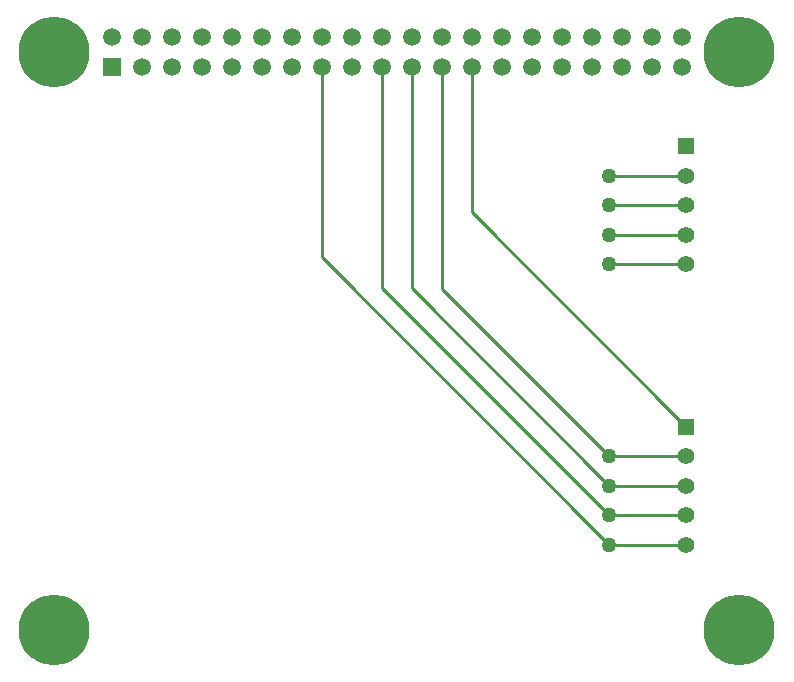
<source format=gbr>
%TF.GenerationSoftware,Altium Limited,Altium Designer,23.10.1 (27)*%
G04 Layer_Physical_Order=2*
G04 Layer_Color=16711680*
%FSLAX45Y45*%
%MOMM*%
%TF.SameCoordinates,4109F3B7-FE55-4884-923A-908B48AE38E2*%
%TF.FilePolarity,Positive*%
%TF.FileFunction,Copper,L2,Bot,Signal*%
%TF.Part,Single*%
G01*
G75*
%TA.AperFunction,Conductor*%
%ADD12C,0.25400*%
%TA.AperFunction,ComponentPad*%
%ADD13R,1.50000X1.50000*%
%ADD14C,1.50000*%
%ADD15C,1.40000*%
%ADD16R,1.40000X1.40000*%
%TA.AperFunction,ViaPad*%
%ADD17C,6.00000*%
%ADD18C,1.27000*%
D12*
X7325000Y3750000D02*
X7350000D01*
X5535000Y5540000D02*
Y6773000D01*
Y5540000D02*
X7325000Y3750000D01*
X4250000Y6775000D02*
X4265000Y6760000D01*
Y5160000D02*
Y6760000D01*
Y5160000D02*
X6700000Y2725000D01*
X5027000Y4898000D02*
Y6748000D01*
X5025000Y6750000D02*
X5027000Y6748000D01*
Y4898000D02*
X6700000Y3225000D01*
X4773000Y6773000D02*
X4775000Y6775000D01*
X4773000Y4902000D02*
X6700000Y2975000D01*
X4773000Y4902000D02*
Y6773000D01*
X5275000Y6775000D02*
X5281000Y6769000D01*
Y4894000D02*
Y6769000D01*
Y4894000D02*
X6700000Y3475000D01*
X7350000D02*
X7350000Y3475000D01*
X6700000Y3475000D02*
X7350000D01*
X6700000Y2725000D02*
X7350000D01*
X6700000Y2975000D02*
X7350000D01*
X6700000Y3225000D02*
X7350000D01*
X7350000Y5100000D02*
X7350000Y5100000D01*
X6700000Y5100000D02*
X7350000D01*
X6700000Y5100000D02*
X6700000Y5100000D01*
X7350000Y5350000D02*
X7350000Y5350000D01*
X6700000Y5350000D02*
X7350000D01*
X6700000Y5350000D02*
X6700000Y5350000D01*
X7350000Y5600000D02*
X7350000Y5600000D01*
X6700000Y5600000D02*
X7350000D01*
X6700000Y5600000D02*
X6700000Y5600000D01*
X7350000Y5850000D02*
X7350000Y5849999D01*
X6700000Y5850000D02*
X7350000D01*
X6700000Y5850000D02*
X6700000Y5850000D01*
D13*
X2487000Y6773000D02*
D03*
D14*
Y7027000D02*
D03*
X2741000Y6773000D02*
D03*
Y7027000D02*
D03*
X2995000Y6773000D02*
D03*
Y7027000D02*
D03*
X3249000Y6773000D02*
D03*
Y7027000D02*
D03*
X3503000Y6773000D02*
D03*
Y7027000D02*
D03*
X3757000Y6773000D02*
D03*
Y7027000D02*
D03*
X4011000Y6773000D02*
D03*
Y7027000D02*
D03*
X4265000Y6773000D02*
D03*
Y7027000D02*
D03*
X4519000Y6773000D02*
D03*
Y7027000D02*
D03*
X4773000Y6773000D02*
D03*
Y7027000D02*
D03*
X5027000Y6773000D02*
D03*
Y7027000D02*
D03*
X5281000Y6773000D02*
D03*
Y7027000D02*
D03*
X5535000Y6773000D02*
D03*
Y7027000D02*
D03*
X5789000Y6773000D02*
D03*
Y7027000D02*
D03*
X6043000Y6773000D02*
D03*
Y7027000D02*
D03*
X6297000Y6773000D02*
D03*
Y7027000D02*
D03*
X7313000D02*
D03*
Y6773000D02*
D03*
X7059000Y7027000D02*
D03*
Y6773000D02*
D03*
X6805000Y7027000D02*
D03*
Y6773000D02*
D03*
X6551000Y7027000D02*
D03*
Y6773000D02*
D03*
D15*
X7350000Y2725000D02*
D03*
Y2975000D02*
D03*
Y3225000D02*
D03*
Y3475000D02*
D03*
Y5099999D02*
D03*
Y5349999D02*
D03*
Y5599999D02*
D03*
Y5849999D02*
D03*
D16*
Y3725000D02*
D03*
Y6099999D02*
D03*
D17*
X7800000Y2000000D02*
D03*
Y6900000D02*
D03*
X2000000Y2000000D02*
D03*
Y6900000D02*
D03*
D18*
X6700000Y2725000D02*
D03*
Y2975000D02*
D03*
Y3225000D02*
D03*
Y3475000D02*
D03*
Y5100000D02*
D03*
Y5350000D02*
D03*
Y5600000D02*
D03*
Y5850000D02*
D03*
%TF.MD5,095b4dd75ca0db65d5d52f82e0c67e5b*%
M02*

</source>
